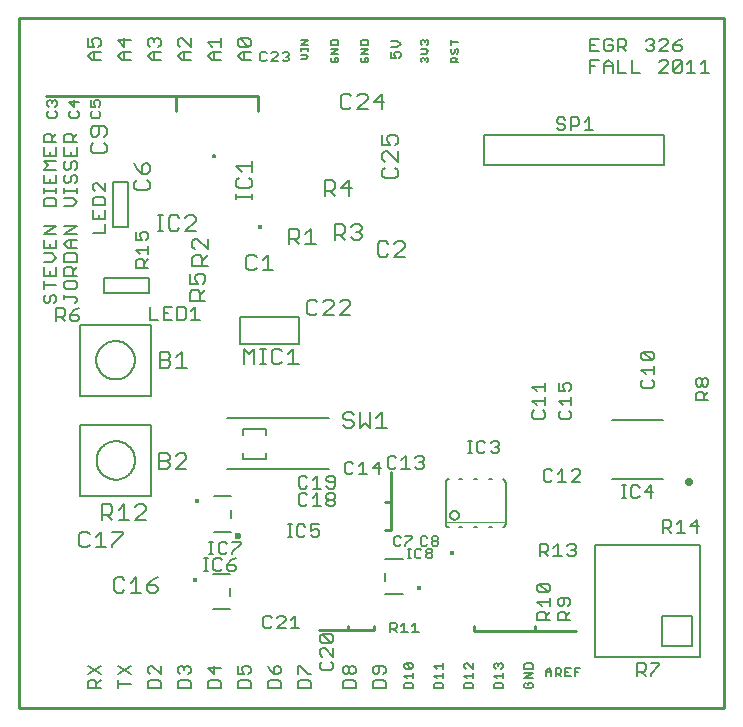
<source format=gto>
G75*
G70*
%OFA0B0*%
%FSLAX25Y25*%
%IPPOS*%
%LPD*%
%AMOC8*
5,1,8,0,0,1.08239X$1,22.5*
%
%ADD10C,0.01000*%
%ADD11C,0.00800*%
%ADD12C,0.01442*%
%ADD13C,0.00200*%
%ADD14C,0.00600*%
%ADD15C,0.02800*%
%ADD16C,0.02362*%
%ADD17C,0.00584*%
%ADD18C,0.00500*%
D10*
X0021770Y0001814D02*
X0256770Y0001814D01*
X0256770Y0231814D01*
X0021770Y0231814D01*
X0021770Y0001814D01*
X0121770Y0027814D02*
X0130170Y0027814D01*
X0131370Y0027814D01*
X0131370Y0029214D01*
X0131370Y0027814D02*
X0139970Y0027814D01*
X0139970Y0029214D01*
X0173370Y0029214D02*
X0173370Y0027614D01*
X0193570Y0027614D01*
X0193570Y0029214D01*
X0193570Y0027614D02*
X0207370Y0027614D01*
X0145570Y0061214D02*
X0145570Y0070614D01*
X0143570Y0070614D01*
X0145570Y0070614D02*
X0145570Y0080414D01*
X0145570Y0061214D02*
X0143570Y0061214D01*
X0101370Y0200814D02*
X0101370Y0202014D01*
X0101370Y0202214D02*
X0101370Y0206014D01*
X0073770Y0206014D01*
X0074170Y0206014D01*
X0074170Y0200814D01*
X0073770Y0206014D02*
X0030570Y0206014D01*
D11*
X0031701Y0204466D02*
X0032235Y0204466D01*
X0032769Y0203932D01*
X0033303Y0204466D01*
X0033837Y0204466D01*
X0034370Y0203932D01*
X0034370Y0202865D01*
X0033837Y0202331D01*
X0032769Y0203398D02*
X0032769Y0203932D01*
X0031701Y0204466D02*
X0031168Y0203932D01*
X0031168Y0202865D01*
X0031701Y0202331D01*
X0031701Y0200783D02*
X0031168Y0200249D01*
X0031168Y0199181D01*
X0031701Y0198648D01*
X0033837Y0198648D01*
X0034370Y0199181D01*
X0034370Y0200249D01*
X0033837Y0200783D01*
X0038368Y0200249D02*
X0038368Y0199181D01*
X0038901Y0198648D01*
X0041037Y0198648D01*
X0041570Y0199181D01*
X0041570Y0200249D01*
X0041037Y0200783D01*
X0039969Y0202331D02*
X0039969Y0204466D01*
X0041570Y0203932D02*
X0038368Y0203932D01*
X0039969Y0202331D01*
X0038901Y0200783D02*
X0038368Y0200249D01*
X0038869Y0193324D02*
X0039569Y0192624D01*
X0039569Y0190522D01*
X0040970Y0190522D02*
X0036767Y0190522D01*
X0036767Y0192624D01*
X0037467Y0193324D01*
X0038869Y0193324D01*
X0039569Y0191923D02*
X0040970Y0193324D01*
X0040970Y0188721D02*
X0040970Y0185919D01*
X0036767Y0185919D01*
X0036767Y0188721D01*
X0038869Y0187320D02*
X0038869Y0185919D01*
X0039569Y0184117D02*
X0038869Y0183417D01*
X0038869Y0182015D01*
X0038168Y0181315D01*
X0037467Y0181315D01*
X0036767Y0182015D01*
X0036767Y0183417D01*
X0037467Y0184117D01*
X0039569Y0184117D02*
X0040270Y0184117D01*
X0040970Y0183417D01*
X0040970Y0182015D01*
X0040270Y0181315D01*
X0040270Y0179514D02*
X0040970Y0178813D01*
X0040970Y0177412D01*
X0040270Y0176711D01*
X0038869Y0177412D02*
X0038869Y0178813D01*
X0039569Y0179514D01*
X0040270Y0179514D01*
X0038869Y0177412D02*
X0038168Y0176711D01*
X0037467Y0176711D01*
X0036767Y0177412D01*
X0036767Y0178813D01*
X0037467Y0179514D01*
X0034170Y0179514D02*
X0034170Y0176711D01*
X0029967Y0176711D01*
X0029967Y0179514D01*
X0029967Y0181315D02*
X0031368Y0182716D01*
X0029967Y0184117D01*
X0034170Y0184117D01*
X0034170Y0185919D02*
X0029967Y0185919D01*
X0029967Y0188721D01*
X0029967Y0190522D02*
X0029967Y0192624D01*
X0030667Y0193324D01*
X0032069Y0193324D01*
X0032769Y0192624D01*
X0032769Y0190522D01*
X0034170Y0190522D02*
X0029967Y0190522D01*
X0032769Y0191923D02*
X0034170Y0193324D01*
X0034170Y0188721D02*
X0034170Y0185919D01*
X0032069Y0185919D02*
X0032069Y0187320D01*
X0034170Y0181315D02*
X0029967Y0181315D01*
X0032069Y0178113D02*
X0032069Y0176711D01*
X0034170Y0175044D02*
X0034170Y0173643D01*
X0034170Y0174343D02*
X0029967Y0174343D01*
X0029967Y0173643D02*
X0029967Y0175044D01*
X0030667Y0171841D02*
X0029967Y0171141D01*
X0029967Y0169039D01*
X0034170Y0169039D01*
X0034170Y0171141D01*
X0033470Y0171841D01*
X0030667Y0171841D01*
X0036767Y0171841D02*
X0039569Y0171841D01*
X0040970Y0170440D01*
X0039569Y0169039D01*
X0036767Y0169039D01*
X0036767Y0173643D02*
X0036767Y0175044D01*
X0036767Y0174343D02*
X0040970Y0174343D01*
X0040970Y0173643D02*
X0040970Y0175044D01*
X0046267Y0174825D02*
X0046967Y0174125D01*
X0046267Y0174825D02*
X0046267Y0176226D01*
X0046967Y0176927D01*
X0047668Y0176927D01*
X0050470Y0174125D01*
X0050470Y0176927D01*
X0049770Y0172324D02*
X0046967Y0172324D01*
X0046267Y0171623D01*
X0046267Y0169521D01*
X0050470Y0169521D01*
X0050470Y0171623D01*
X0049770Y0172324D01*
X0050470Y0167720D02*
X0050470Y0164918D01*
X0046267Y0164918D01*
X0046267Y0167720D01*
X0048369Y0166319D02*
X0048369Y0164918D01*
X0050470Y0163117D02*
X0050470Y0160314D01*
X0046267Y0160314D01*
X0040970Y0159832D02*
X0036767Y0159832D01*
X0040970Y0162634D01*
X0036767Y0162634D01*
X0034170Y0162634D02*
X0029967Y0162634D01*
X0029967Y0159832D02*
X0034170Y0162634D01*
X0034170Y0159832D02*
X0029967Y0159832D01*
X0029967Y0158031D02*
X0029967Y0155228D01*
X0034170Y0155228D01*
X0034170Y0158031D01*
X0032069Y0156630D02*
X0032069Y0155228D01*
X0032769Y0153427D02*
X0029967Y0153427D01*
X0032769Y0153427D02*
X0034170Y0152026D01*
X0032769Y0150625D01*
X0029967Y0150625D01*
X0029967Y0148824D02*
X0029967Y0146021D01*
X0034170Y0146021D01*
X0034170Y0148824D01*
X0032069Y0147422D02*
X0032069Y0146021D01*
X0029967Y0144220D02*
X0029967Y0141418D01*
X0029967Y0142819D02*
X0034170Y0142819D01*
X0036767Y0142118D02*
X0037467Y0141418D01*
X0040270Y0141418D01*
X0040970Y0142118D01*
X0040970Y0143519D01*
X0040270Y0144220D01*
X0037467Y0144220D01*
X0036767Y0143519D01*
X0036767Y0142118D01*
X0036767Y0139617D02*
X0036767Y0138215D01*
X0036767Y0138916D02*
X0040270Y0138916D01*
X0040970Y0138215D01*
X0040970Y0137515D01*
X0040270Y0136814D01*
X0041576Y0135118D02*
X0040175Y0134417D01*
X0038774Y0133016D01*
X0040875Y0133016D01*
X0041576Y0132315D01*
X0041576Y0131615D01*
X0040875Y0130914D01*
X0039474Y0130914D01*
X0038774Y0131615D01*
X0038774Y0133016D01*
X0036972Y0133016D02*
X0036272Y0132315D01*
X0034170Y0132315D01*
X0034170Y0130914D02*
X0034170Y0135118D01*
X0036272Y0135118D01*
X0036972Y0134417D01*
X0036972Y0133016D01*
X0035571Y0132315D02*
X0036972Y0130914D01*
X0033470Y0136814D02*
X0034170Y0137515D01*
X0034170Y0138916D01*
X0033470Y0139617D01*
X0032769Y0139617D01*
X0032069Y0138916D01*
X0032069Y0137515D01*
X0031368Y0136814D01*
X0030667Y0136814D01*
X0029967Y0137515D01*
X0029967Y0138916D01*
X0030667Y0139617D01*
X0036767Y0146021D02*
X0036767Y0148123D01*
X0037467Y0148824D01*
X0038869Y0148824D01*
X0039569Y0148123D01*
X0039569Y0146021D01*
X0040970Y0146021D02*
X0036767Y0146021D01*
X0039569Y0147422D02*
X0040970Y0148824D01*
X0040970Y0150625D02*
X0036767Y0150625D01*
X0036767Y0152726D01*
X0037467Y0153427D01*
X0040270Y0153427D01*
X0040970Y0152726D01*
X0040970Y0150625D01*
X0040970Y0155228D02*
X0038168Y0155228D01*
X0036767Y0156630D01*
X0038168Y0158031D01*
X0040970Y0158031D01*
X0038869Y0158031D02*
X0038869Y0155228D01*
X0060567Y0154619D02*
X0064770Y0154619D01*
X0064770Y0153218D02*
X0064770Y0156020D01*
X0064070Y0157821D02*
X0064770Y0158522D01*
X0064770Y0159923D01*
X0064070Y0160624D01*
X0062669Y0160624D01*
X0061968Y0159923D01*
X0061968Y0159222D01*
X0062669Y0157821D01*
X0060567Y0157821D01*
X0060567Y0160624D01*
X0060567Y0154619D02*
X0061968Y0153218D01*
X0061267Y0151417D02*
X0062669Y0151417D01*
X0063369Y0150716D01*
X0063369Y0148614D01*
X0064770Y0148614D02*
X0060567Y0148614D01*
X0060567Y0150716D01*
X0061267Y0151417D01*
X0063369Y0150015D02*
X0064770Y0151417D01*
X0067983Y0160839D02*
X0069717Y0160839D01*
X0068850Y0160839D02*
X0068850Y0166044D01*
X0067983Y0166044D02*
X0069717Y0166044D01*
X0071666Y0165176D02*
X0071666Y0161707D01*
X0072533Y0160839D01*
X0074268Y0160839D01*
X0075135Y0161707D01*
X0077190Y0160839D02*
X0080659Y0164309D01*
X0080659Y0165176D01*
X0079792Y0166044D01*
X0078057Y0166044D01*
X0077190Y0165176D01*
X0075135Y0165176D02*
X0074268Y0166044D01*
X0072533Y0166044D01*
X0071666Y0165176D01*
X0077190Y0160839D02*
X0080659Y0160839D01*
X0080233Y0158258D02*
X0079366Y0157391D01*
X0079366Y0155656D01*
X0080233Y0154789D01*
X0080233Y0152733D02*
X0081968Y0152733D01*
X0082835Y0151866D01*
X0082835Y0149264D01*
X0082835Y0150999D02*
X0084570Y0152733D01*
X0084570Y0154789D02*
X0081101Y0158258D01*
X0080233Y0158258D01*
X0084570Y0158258D02*
X0084570Y0154789D01*
X0080233Y0152733D02*
X0079366Y0151866D01*
X0079366Y0149264D01*
X0084570Y0149264D01*
X0082953Y0146658D02*
X0083820Y0145791D01*
X0083820Y0144056D01*
X0082953Y0143189D01*
X0081218Y0143189D02*
X0080351Y0144923D01*
X0080351Y0145791D01*
X0081218Y0146658D01*
X0082953Y0146658D01*
X0081218Y0143189D02*
X0078616Y0143189D01*
X0078616Y0146658D01*
X0079483Y0141133D02*
X0081218Y0141133D01*
X0082085Y0140266D01*
X0082085Y0137664D01*
X0082085Y0139399D02*
X0083820Y0141133D01*
X0079483Y0141133D02*
X0078616Y0140266D01*
X0078616Y0137664D01*
X0083820Y0137664D01*
X0080482Y0135518D02*
X0079081Y0134117D01*
X0077280Y0134817D02*
X0077280Y0132015D01*
X0076579Y0131314D01*
X0074477Y0131314D01*
X0074477Y0135518D01*
X0076579Y0135518D01*
X0077280Y0134817D01*
X0080482Y0135518D02*
X0080482Y0131314D01*
X0079081Y0131314D02*
X0081883Y0131314D01*
X0072676Y0131314D02*
X0069874Y0131314D01*
X0069874Y0135518D01*
X0072676Y0135518D01*
X0071275Y0133416D02*
X0069874Y0133416D01*
X0068072Y0131314D02*
X0065270Y0131314D01*
X0065270Y0135518D01*
X0068621Y0120519D02*
X0071223Y0120519D01*
X0072090Y0119651D01*
X0072090Y0118783D01*
X0071223Y0117916D01*
X0068621Y0117916D01*
X0071223Y0117916D02*
X0072090Y0117049D01*
X0072090Y0116181D01*
X0071223Y0115314D01*
X0068621Y0115314D01*
X0068621Y0120519D01*
X0074145Y0118783D02*
X0075880Y0120519D01*
X0075880Y0115314D01*
X0074145Y0115314D02*
X0077615Y0115314D01*
X0096670Y0116414D02*
X0096670Y0121619D01*
X0098405Y0119883D01*
X0100139Y0121619D01*
X0100139Y0116414D01*
X0102194Y0116414D02*
X0103929Y0116414D01*
X0103062Y0116414D02*
X0103062Y0121619D01*
X0103929Y0121619D02*
X0102194Y0121619D01*
X0105878Y0120751D02*
X0105878Y0117281D01*
X0106745Y0116414D01*
X0108480Y0116414D01*
X0109347Y0117281D01*
X0111402Y0116414D02*
X0114871Y0116414D01*
X0113137Y0116414D02*
X0113137Y0121619D01*
X0111402Y0119883D01*
X0109347Y0120751D02*
X0108480Y0121619D01*
X0106745Y0121619D01*
X0105878Y0120751D01*
X0118537Y0132714D02*
X0120272Y0132714D01*
X0121139Y0133581D01*
X0123194Y0132714D02*
X0126664Y0136183D01*
X0126664Y0137051D01*
X0125796Y0137919D01*
X0124062Y0137919D01*
X0123194Y0137051D01*
X0121139Y0137051D02*
X0120272Y0137919D01*
X0118537Y0137919D01*
X0117670Y0137051D01*
X0117670Y0133581D01*
X0118537Y0132714D01*
X0123194Y0132714D02*
X0126664Y0132714D01*
X0128719Y0132714D02*
X0132188Y0136183D01*
X0132188Y0137051D01*
X0131321Y0137919D01*
X0129586Y0137919D01*
X0128719Y0137051D01*
X0128719Y0132714D02*
X0132188Y0132714D01*
X0106464Y0147814D02*
X0102994Y0147814D01*
X0104729Y0147814D02*
X0104729Y0153019D01*
X0102994Y0151283D01*
X0100939Y0152151D02*
X0100072Y0153019D01*
X0098337Y0153019D01*
X0097470Y0152151D01*
X0097470Y0148681D01*
X0098337Y0147814D01*
X0100072Y0147814D01*
X0100939Y0148681D01*
X0111671Y0156414D02*
X0111671Y0161619D01*
X0114273Y0161619D01*
X0115140Y0160751D01*
X0115140Y0159016D01*
X0114273Y0158149D01*
X0111671Y0158149D01*
X0113406Y0158149D02*
X0115140Y0156414D01*
X0117195Y0156414D02*
X0120665Y0156414D01*
X0118930Y0156414D02*
X0118930Y0161619D01*
X0117195Y0159883D01*
X0126921Y0159649D02*
X0129523Y0159649D01*
X0130390Y0160516D01*
X0130390Y0162251D01*
X0129523Y0163119D01*
X0126921Y0163119D01*
X0126921Y0157914D01*
X0128656Y0159649D02*
X0130390Y0157914D01*
X0132445Y0158781D02*
X0133313Y0157914D01*
X0135047Y0157914D01*
X0135915Y0158781D01*
X0135915Y0159649D01*
X0135047Y0160516D01*
X0134180Y0160516D01*
X0135047Y0160516D02*
X0135915Y0161383D01*
X0135915Y0162251D01*
X0135047Y0163119D01*
X0133313Y0163119D01*
X0132445Y0162251D01*
X0141321Y0156551D02*
X0141321Y0153081D01*
X0142188Y0152214D01*
X0143923Y0152214D01*
X0144790Y0153081D01*
X0146845Y0152214D02*
X0150315Y0155683D01*
X0150315Y0156551D01*
X0149447Y0157419D01*
X0147713Y0157419D01*
X0146845Y0156551D01*
X0144790Y0156551D02*
X0143923Y0157419D01*
X0142188Y0157419D01*
X0141321Y0156551D01*
X0146845Y0152214D02*
X0150315Y0152214D01*
X0131697Y0172564D02*
X0131697Y0177769D01*
X0129095Y0175166D01*
X0132565Y0175166D01*
X0127040Y0175166D02*
X0127040Y0176901D01*
X0126173Y0177769D01*
X0123571Y0177769D01*
X0123571Y0172564D01*
X0123571Y0174299D02*
X0126173Y0174299D01*
X0127040Y0175166D01*
X0125306Y0174299D02*
X0127040Y0172564D01*
X0142766Y0179307D02*
X0143633Y0178440D01*
X0147103Y0178440D01*
X0147970Y0179307D01*
X0147970Y0181042D01*
X0147103Y0181909D01*
X0147970Y0183965D02*
X0144501Y0187434D01*
X0143633Y0187434D01*
X0142766Y0186567D01*
X0142766Y0184832D01*
X0143633Y0183965D01*
X0143633Y0181909D02*
X0142766Y0181042D01*
X0142766Y0179307D01*
X0147970Y0183965D02*
X0147970Y0187434D01*
X0147103Y0189489D02*
X0147970Y0190356D01*
X0147970Y0192091D01*
X0147103Y0192958D01*
X0145368Y0192958D01*
X0144501Y0192091D01*
X0144501Y0191224D01*
X0145368Y0189489D01*
X0142766Y0189489D01*
X0142766Y0192958D01*
X0142621Y0201414D02*
X0142621Y0206619D01*
X0140019Y0204016D01*
X0143488Y0204016D01*
X0137964Y0204883D02*
X0137964Y0205751D01*
X0137096Y0206619D01*
X0135362Y0206619D01*
X0134494Y0205751D01*
X0132439Y0205751D02*
X0131572Y0206619D01*
X0129837Y0206619D01*
X0128970Y0205751D01*
X0128970Y0202281D01*
X0129837Y0201414D01*
X0131572Y0201414D01*
X0132439Y0202281D01*
X0134494Y0201414D02*
X0137964Y0204883D01*
X0137964Y0201414D02*
X0134494Y0201414D01*
X0136069Y0217075D02*
X0137670Y0217075D01*
X0138070Y0217475D01*
X0138070Y0218276D01*
X0137670Y0218676D01*
X0136869Y0218676D01*
X0136869Y0217875D01*
X0136069Y0217075D02*
X0135668Y0217475D01*
X0135668Y0218276D01*
X0136069Y0218676D01*
X0135668Y0220021D02*
X0138070Y0221622D01*
X0135668Y0221622D01*
X0135668Y0222968D02*
X0135668Y0224169D01*
X0136069Y0224569D01*
X0137670Y0224569D01*
X0138070Y0224169D01*
X0138070Y0222968D01*
X0135668Y0222968D01*
X0135668Y0220021D02*
X0138070Y0220021D01*
X0145668Y0220683D02*
X0145668Y0218548D01*
X0147269Y0218548D01*
X0146735Y0219615D01*
X0146735Y0220149D01*
X0147269Y0220683D01*
X0148337Y0220683D01*
X0148870Y0220149D01*
X0148870Y0219081D01*
X0148337Y0218548D01*
X0147803Y0222231D02*
X0145668Y0222231D01*
X0147803Y0222231D02*
X0148870Y0223298D01*
X0147803Y0224366D01*
X0145668Y0224366D01*
X0155668Y0224169D02*
X0156069Y0224569D01*
X0156469Y0224569D01*
X0156869Y0224169D01*
X0157270Y0224569D01*
X0157670Y0224569D01*
X0158070Y0224169D01*
X0158070Y0223368D01*
X0157670Y0222968D01*
X0156869Y0223768D02*
X0156869Y0224169D01*
X0155668Y0224169D02*
X0155668Y0223368D01*
X0156069Y0222968D01*
X0155668Y0221622D02*
X0157270Y0221622D01*
X0158070Y0220822D01*
X0157270Y0220021D01*
X0155668Y0220021D01*
X0156069Y0218676D02*
X0155668Y0218276D01*
X0155668Y0217475D01*
X0156069Y0217075D01*
X0156869Y0217875D02*
X0156869Y0218276D01*
X0157270Y0218676D01*
X0157670Y0218676D01*
X0158070Y0218276D01*
X0158070Y0217475D01*
X0157670Y0217075D01*
X0156869Y0218276D02*
X0156469Y0218676D01*
X0156069Y0218676D01*
X0165668Y0218276D02*
X0165668Y0217075D01*
X0168070Y0217075D01*
X0167270Y0217075D02*
X0167270Y0218276D01*
X0166869Y0218676D01*
X0166069Y0218676D01*
X0165668Y0218276D01*
X0167270Y0217875D02*
X0168070Y0218676D01*
X0167670Y0220021D02*
X0168070Y0220421D01*
X0168070Y0221222D01*
X0167670Y0221622D01*
X0167270Y0221622D01*
X0166869Y0221222D01*
X0166869Y0220421D01*
X0166469Y0220021D01*
X0166069Y0220021D01*
X0165668Y0220421D01*
X0165668Y0221222D01*
X0166069Y0221622D01*
X0165668Y0222968D02*
X0165668Y0224569D01*
X0165668Y0223768D02*
X0168070Y0223768D01*
X0201059Y0198017D02*
X0201059Y0197317D01*
X0201759Y0196616D01*
X0203160Y0196616D01*
X0203861Y0195915D01*
X0203861Y0195215D01*
X0203160Y0194514D01*
X0201759Y0194514D01*
X0201059Y0195215D01*
X0201059Y0198017D02*
X0201759Y0198718D01*
X0203160Y0198718D01*
X0203861Y0198017D01*
X0205662Y0198718D02*
X0205662Y0194514D01*
X0205662Y0195915D02*
X0207764Y0195915D01*
X0208465Y0196616D01*
X0208465Y0198017D01*
X0207764Y0198718D01*
X0205662Y0198718D01*
X0210266Y0197317D02*
X0211667Y0198718D01*
X0211667Y0194514D01*
X0210266Y0194514D02*
X0213068Y0194514D01*
X0212170Y0213614D02*
X0212170Y0217818D01*
X0214972Y0217818D01*
X0216774Y0216417D02*
X0218175Y0217818D01*
X0219576Y0216417D01*
X0219576Y0213614D01*
X0221377Y0213614D02*
X0224180Y0213614D01*
X0225981Y0213614D02*
X0228783Y0213614D01*
X0225981Y0213614D02*
X0225981Y0217818D01*
X0224180Y0220714D02*
X0222778Y0222115D01*
X0223479Y0222115D02*
X0221377Y0222115D01*
X0221377Y0220714D02*
X0221377Y0224918D01*
X0223479Y0224918D01*
X0224180Y0224217D01*
X0224180Y0222816D01*
X0223479Y0222115D01*
X0219576Y0221415D02*
X0219576Y0222816D01*
X0218175Y0222816D01*
X0219576Y0224217D02*
X0218875Y0224918D01*
X0217474Y0224918D01*
X0216774Y0224217D01*
X0216774Y0221415D01*
X0217474Y0220714D01*
X0218875Y0220714D01*
X0219576Y0221415D01*
X0221377Y0217818D02*
X0221377Y0213614D01*
X0219576Y0215716D02*
X0216774Y0215716D01*
X0216774Y0216417D02*
X0216774Y0213614D01*
X0213571Y0215716D02*
X0212170Y0215716D01*
X0212170Y0220714D02*
X0214972Y0220714D01*
X0213571Y0222816D02*
X0212170Y0222816D01*
X0212170Y0224918D02*
X0212170Y0220714D01*
X0212170Y0224918D02*
X0214972Y0224918D01*
X0230584Y0224217D02*
X0231285Y0224918D01*
X0232686Y0224918D01*
X0233387Y0224217D01*
X0233387Y0223517D01*
X0232686Y0222816D01*
X0233387Y0222115D01*
X0233387Y0221415D01*
X0232686Y0220714D01*
X0231285Y0220714D01*
X0230584Y0221415D01*
X0231985Y0222816D02*
X0232686Y0222816D01*
X0235188Y0224217D02*
X0235888Y0224918D01*
X0237289Y0224918D01*
X0237990Y0224217D01*
X0237990Y0223517D01*
X0235188Y0220714D01*
X0237990Y0220714D01*
X0239791Y0221415D02*
X0240492Y0220714D01*
X0241893Y0220714D01*
X0242594Y0221415D01*
X0242594Y0222115D01*
X0241893Y0222816D01*
X0239791Y0222816D01*
X0239791Y0221415D01*
X0239791Y0222816D02*
X0241193Y0224217D01*
X0242594Y0224918D01*
X0241893Y0217818D02*
X0242594Y0217117D01*
X0239791Y0214315D01*
X0240492Y0213614D01*
X0241893Y0213614D01*
X0242594Y0214315D01*
X0242594Y0217117D01*
X0241893Y0217818D02*
X0240492Y0217818D01*
X0239791Y0217117D01*
X0239791Y0214315D01*
X0237990Y0213614D02*
X0235188Y0213614D01*
X0237990Y0216417D01*
X0237990Y0217117D01*
X0237289Y0217818D01*
X0235888Y0217818D01*
X0235188Y0217117D01*
X0244395Y0216417D02*
X0245796Y0217818D01*
X0245796Y0213614D01*
X0244395Y0213614D02*
X0247197Y0213614D01*
X0248998Y0213614D02*
X0251801Y0213614D01*
X0250400Y0213614D02*
X0250400Y0217818D01*
X0248998Y0216417D01*
X0128070Y0217475D02*
X0127670Y0217075D01*
X0126069Y0217075D01*
X0125668Y0217475D01*
X0125668Y0218276D01*
X0126069Y0218676D01*
X0126869Y0218676D02*
X0126869Y0217875D01*
X0126869Y0218676D02*
X0127670Y0218676D01*
X0128070Y0218276D01*
X0128070Y0217475D01*
X0128070Y0220021D02*
X0125668Y0220021D01*
X0128070Y0221622D01*
X0125668Y0221622D01*
X0125668Y0222968D02*
X0125668Y0224169D01*
X0126069Y0224569D01*
X0127670Y0224569D01*
X0128070Y0224169D01*
X0128070Y0222968D01*
X0125668Y0222968D01*
X0118070Y0222968D02*
X0115668Y0222968D01*
X0118070Y0224569D01*
X0115668Y0224569D01*
X0115668Y0221804D02*
X0115668Y0221004D01*
X0115668Y0221404D02*
X0118070Y0221404D01*
X0118070Y0221004D02*
X0118070Y0221804D01*
X0117270Y0219658D02*
X0115668Y0219658D01*
X0115668Y0218057D02*
X0117270Y0218057D01*
X0118070Y0218857D01*
X0117270Y0219658D01*
X0111671Y0219549D02*
X0111137Y0219015D01*
X0111671Y0218481D01*
X0111671Y0217948D01*
X0111137Y0217414D01*
X0110070Y0217414D01*
X0109536Y0217948D01*
X0110604Y0219015D02*
X0111137Y0219015D01*
X0111671Y0219549D02*
X0111671Y0220083D01*
X0111137Y0220617D01*
X0110070Y0220617D01*
X0109536Y0220083D01*
X0107988Y0220083D02*
X0107454Y0220617D01*
X0106387Y0220617D01*
X0105853Y0220083D01*
X0104305Y0220083D02*
X0103771Y0220617D01*
X0102704Y0220617D01*
X0102170Y0220083D01*
X0102170Y0217948D01*
X0102704Y0217414D01*
X0103771Y0217414D01*
X0104305Y0217948D01*
X0105853Y0217414D02*
X0107988Y0219549D01*
X0107988Y0220083D01*
X0107988Y0217414D02*
X0105853Y0217414D01*
X0098870Y0217714D02*
X0096068Y0217714D01*
X0094667Y0219115D01*
X0096068Y0220517D01*
X0098870Y0220517D01*
X0098170Y0222318D02*
X0095367Y0222318D01*
X0094667Y0223018D01*
X0094667Y0224419D01*
X0095367Y0225120D01*
X0098170Y0222318D01*
X0098870Y0223018D01*
X0098870Y0224419D01*
X0098170Y0225120D01*
X0095367Y0225120D01*
X0096769Y0220517D02*
X0096769Y0217714D01*
X0088870Y0217714D02*
X0086068Y0217714D01*
X0084667Y0219115D01*
X0086068Y0220517D01*
X0088870Y0220517D01*
X0088870Y0222318D02*
X0088870Y0225120D01*
X0088870Y0223719D02*
X0084667Y0223719D01*
X0086068Y0222318D01*
X0086769Y0220517D02*
X0086769Y0217714D01*
X0078870Y0217714D02*
X0076068Y0217714D01*
X0074667Y0219115D01*
X0076068Y0220517D01*
X0078870Y0220517D01*
X0078870Y0222318D02*
X0076068Y0225120D01*
X0075367Y0225120D01*
X0074667Y0224419D01*
X0074667Y0223018D01*
X0075367Y0222318D01*
X0076769Y0220517D02*
X0076769Y0217714D01*
X0078870Y0222318D02*
X0078870Y0225120D01*
X0068870Y0224419D02*
X0068870Y0223018D01*
X0068170Y0222318D01*
X0068870Y0220517D02*
X0066068Y0220517D01*
X0064667Y0219115D01*
X0066068Y0217714D01*
X0068870Y0217714D01*
X0066769Y0217714D02*
X0066769Y0220517D01*
X0065367Y0222318D02*
X0064667Y0223018D01*
X0064667Y0224419D01*
X0065367Y0225120D01*
X0066068Y0225120D01*
X0066769Y0224419D01*
X0067469Y0225120D01*
X0068170Y0225120D01*
X0068870Y0224419D01*
X0066769Y0224419D02*
X0066769Y0223719D01*
X0058870Y0224419D02*
X0054667Y0224419D01*
X0056769Y0222318D01*
X0056769Y0225120D01*
X0056769Y0220517D02*
X0056769Y0217714D01*
X0056068Y0217714D02*
X0054667Y0219115D01*
X0056068Y0220517D01*
X0058870Y0220517D01*
X0058870Y0217714D02*
X0056068Y0217714D01*
X0048870Y0217714D02*
X0046068Y0217714D01*
X0044667Y0219115D01*
X0046068Y0220517D01*
X0048870Y0220517D01*
X0048170Y0222318D02*
X0048870Y0223018D01*
X0048870Y0224419D01*
X0048170Y0225120D01*
X0046769Y0225120D01*
X0046068Y0224419D01*
X0046068Y0223719D01*
X0046769Y0222318D01*
X0044667Y0222318D01*
X0044667Y0225120D01*
X0046769Y0220517D02*
X0046769Y0217714D01*
X0047169Y0204466D02*
X0048237Y0204466D01*
X0048770Y0203932D01*
X0048770Y0202865D01*
X0048237Y0202331D01*
X0047169Y0202331D02*
X0046635Y0203398D01*
X0046635Y0203932D01*
X0047169Y0204466D01*
X0045568Y0204466D02*
X0045568Y0202331D01*
X0047169Y0202331D01*
X0048237Y0200783D02*
X0048770Y0200249D01*
X0048770Y0199181D01*
X0048237Y0198648D01*
X0046101Y0198648D01*
X0045568Y0199181D01*
X0045568Y0200249D01*
X0046101Y0200783D01*
X0046533Y0195759D02*
X0045666Y0194891D01*
X0045666Y0193157D01*
X0046533Y0192289D01*
X0047401Y0192289D01*
X0048268Y0193157D01*
X0048268Y0195759D01*
X0050003Y0195759D02*
X0046533Y0195759D01*
X0050003Y0195759D02*
X0050870Y0194891D01*
X0050870Y0193157D01*
X0050003Y0192289D01*
X0050003Y0190234D02*
X0050870Y0189367D01*
X0050870Y0187632D01*
X0050003Y0186765D01*
X0046533Y0186765D01*
X0045666Y0187632D01*
X0045666Y0189367D01*
X0046533Y0190234D01*
X0060166Y0183408D02*
X0061033Y0181673D01*
X0062768Y0179939D01*
X0062768Y0182541D01*
X0063635Y0183408D01*
X0064503Y0183408D01*
X0065370Y0182541D01*
X0065370Y0180806D01*
X0064503Y0179939D01*
X0062768Y0179939D01*
X0064503Y0177883D02*
X0065370Y0177016D01*
X0065370Y0175281D01*
X0064503Y0174414D01*
X0061033Y0174414D01*
X0060166Y0175281D01*
X0060166Y0177016D01*
X0061033Y0177883D01*
X0086350Y0185885D02*
X0086352Y0185924D01*
X0086358Y0185963D01*
X0086368Y0186001D01*
X0086381Y0186038D01*
X0086398Y0186073D01*
X0086418Y0186107D01*
X0086442Y0186138D01*
X0086469Y0186167D01*
X0086498Y0186193D01*
X0086530Y0186216D01*
X0086564Y0186236D01*
X0086600Y0186252D01*
X0086637Y0186264D01*
X0086676Y0186273D01*
X0086715Y0186278D01*
X0086754Y0186279D01*
X0086793Y0186276D01*
X0086832Y0186269D01*
X0086869Y0186258D01*
X0086906Y0186244D01*
X0086941Y0186226D01*
X0086974Y0186205D01*
X0087005Y0186180D01*
X0087033Y0186153D01*
X0087058Y0186123D01*
X0087080Y0186090D01*
X0087099Y0186056D01*
X0087114Y0186020D01*
X0087126Y0185982D01*
X0087134Y0185944D01*
X0087138Y0185905D01*
X0087138Y0185865D01*
X0087134Y0185826D01*
X0087126Y0185788D01*
X0087114Y0185750D01*
X0087099Y0185714D01*
X0087080Y0185680D01*
X0087058Y0185647D01*
X0087033Y0185617D01*
X0087005Y0185590D01*
X0086974Y0185565D01*
X0086941Y0185544D01*
X0086906Y0185526D01*
X0086869Y0185512D01*
X0086832Y0185501D01*
X0086793Y0185494D01*
X0086754Y0185491D01*
X0086715Y0185492D01*
X0086676Y0185497D01*
X0086637Y0185506D01*
X0086600Y0185518D01*
X0086564Y0185534D01*
X0086530Y0185554D01*
X0086498Y0185577D01*
X0086469Y0185603D01*
X0086442Y0185632D01*
X0086418Y0185663D01*
X0086398Y0185697D01*
X0086381Y0185732D01*
X0086368Y0185769D01*
X0086358Y0185807D01*
X0086352Y0185846D01*
X0086350Y0185885D01*
X0094166Y0182406D02*
X0095901Y0180672D01*
X0095033Y0178617D02*
X0094166Y0177749D01*
X0094166Y0176015D01*
X0095033Y0175147D01*
X0098503Y0175147D01*
X0099370Y0176015D01*
X0099370Y0177749D01*
X0098503Y0178617D01*
X0099370Y0180672D02*
X0099370Y0184141D01*
X0099370Y0182406D02*
X0094166Y0182406D01*
X0094166Y0173199D02*
X0094166Y0171464D01*
X0094166Y0172331D02*
X0099370Y0172331D01*
X0099370Y0171464D02*
X0099370Y0173199D01*
X0192817Y0108872D02*
X0197020Y0108872D01*
X0197020Y0107471D02*
X0197020Y0110274D01*
X0194218Y0107471D02*
X0192817Y0108872D01*
X0197020Y0105670D02*
X0197020Y0102868D01*
X0197020Y0104269D02*
X0192817Y0104269D01*
X0194218Y0102868D01*
X0193517Y0101067D02*
X0192817Y0100366D01*
X0192817Y0098965D01*
X0193517Y0098264D01*
X0196320Y0098264D01*
X0197020Y0098965D01*
X0197020Y0100366D01*
X0196320Y0101067D01*
X0201567Y0100316D02*
X0201567Y0098915D01*
X0202267Y0098214D01*
X0205070Y0098214D01*
X0205770Y0098915D01*
X0205770Y0100316D01*
X0205070Y0101017D01*
X0205770Y0102818D02*
X0205770Y0105620D01*
X0205770Y0104219D02*
X0201567Y0104219D01*
X0202968Y0102818D01*
X0202267Y0101017D02*
X0201567Y0100316D01*
X0201567Y0107421D02*
X0203669Y0107421D01*
X0202968Y0108822D01*
X0202968Y0109523D01*
X0203669Y0110224D01*
X0205070Y0110224D01*
X0205770Y0109523D01*
X0205770Y0108122D01*
X0205070Y0107421D01*
X0201567Y0107421D02*
X0201567Y0110224D01*
X0229167Y0110654D02*
X0229167Y0109253D01*
X0229867Y0108553D01*
X0232670Y0108553D01*
X0233370Y0109253D01*
X0233370Y0110654D01*
X0232670Y0111355D01*
X0233370Y0113156D02*
X0233370Y0115959D01*
X0233370Y0114557D02*
X0229167Y0114557D01*
X0230568Y0113156D01*
X0229867Y0111355D02*
X0229167Y0110654D01*
X0229867Y0117760D02*
X0229167Y0118460D01*
X0229167Y0119861D01*
X0229867Y0120562D01*
X0232670Y0117760D01*
X0233370Y0118460D01*
X0233370Y0119861D01*
X0232670Y0120562D01*
X0229867Y0120562D01*
X0229867Y0117760D02*
X0232670Y0117760D01*
X0247317Y0111112D02*
X0247317Y0109711D01*
X0248017Y0109010D01*
X0248718Y0109010D01*
X0249419Y0109711D01*
X0249419Y0111112D01*
X0250119Y0111813D01*
X0250820Y0111813D01*
X0251520Y0111112D01*
X0251520Y0109711D01*
X0250820Y0109010D01*
X0250119Y0109010D01*
X0249419Y0109711D01*
X0249419Y0111112D02*
X0248718Y0111813D01*
X0248017Y0111813D01*
X0247317Y0111112D01*
X0248017Y0107209D02*
X0249419Y0107209D01*
X0250119Y0106508D01*
X0250119Y0104407D01*
X0250119Y0105808D02*
X0251520Y0107209D01*
X0251520Y0104407D02*
X0247317Y0104407D01*
X0247317Y0106508D01*
X0248017Y0107209D01*
X0208680Y0080717D02*
X0207979Y0081418D01*
X0206578Y0081418D01*
X0205877Y0080717D01*
X0208680Y0080717D02*
X0208680Y0080017D01*
X0205877Y0077214D01*
X0208680Y0077214D01*
X0204076Y0077214D02*
X0201274Y0077214D01*
X0202675Y0077214D02*
X0202675Y0081418D01*
X0201274Y0080017D01*
X0199472Y0080717D02*
X0198772Y0081418D01*
X0197370Y0081418D01*
X0196670Y0080717D01*
X0196670Y0077915D01*
X0197370Y0077214D01*
X0198772Y0077214D01*
X0199472Y0077915D01*
X0181718Y0087415D02*
X0181017Y0086714D01*
X0179616Y0086714D01*
X0178916Y0087415D01*
X0177115Y0087415D02*
X0176414Y0086714D01*
X0175013Y0086714D01*
X0174312Y0087415D01*
X0174312Y0090217D01*
X0175013Y0090918D01*
X0176414Y0090918D01*
X0177115Y0090217D01*
X0178916Y0090217D02*
X0179616Y0090918D01*
X0181017Y0090918D01*
X0181718Y0090217D01*
X0181718Y0089517D01*
X0181017Y0088816D01*
X0181718Y0088115D01*
X0181718Y0087415D01*
X0181017Y0088816D02*
X0180317Y0088816D01*
X0172644Y0090918D02*
X0171243Y0090918D01*
X0171944Y0090918D02*
X0171944Y0086714D01*
X0172644Y0086714D02*
X0171243Y0086714D01*
X0156580Y0085117D02*
X0156580Y0084417D01*
X0155879Y0083716D01*
X0156580Y0083015D01*
X0156580Y0082315D01*
X0155879Y0081614D01*
X0154478Y0081614D01*
X0153777Y0082315D01*
X0151976Y0081614D02*
X0149174Y0081614D01*
X0150575Y0081614D02*
X0150575Y0085818D01*
X0149174Y0084417D01*
X0147372Y0085117D02*
X0146672Y0085818D01*
X0145270Y0085818D01*
X0144570Y0085117D01*
X0144570Y0082315D01*
X0145270Y0081614D01*
X0146672Y0081614D01*
X0147372Y0082315D01*
X0142380Y0081916D02*
X0139577Y0081916D01*
X0141679Y0084018D01*
X0141679Y0079814D01*
X0137776Y0079814D02*
X0134974Y0079814D01*
X0136375Y0079814D02*
X0136375Y0084018D01*
X0134974Y0082617D01*
X0133172Y0083317D02*
X0132472Y0084018D01*
X0131070Y0084018D01*
X0130370Y0083317D01*
X0130370Y0080515D01*
X0131070Y0079814D01*
X0132472Y0079814D01*
X0133172Y0080515D01*
X0126980Y0078517D02*
X0126980Y0075715D01*
X0126279Y0075014D01*
X0124878Y0075014D01*
X0124177Y0075715D01*
X0124878Y0077116D02*
X0126980Y0077116D01*
X0126980Y0078517D02*
X0126279Y0079218D01*
X0124878Y0079218D01*
X0124177Y0078517D01*
X0124177Y0077817D01*
X0124878Y0077116D01*
X0122376Y0075014D02*
X0119574Y0075014D01*
X0120975Y0075014D02*
X0120975Y0079218D01*
X0119574Y0077817D01*
X0117772Y0078517D02*
X0117072Y0079218D01*
X0115670Y0079218D01*
X0114970Y0078517D01*
X0114970Y0075715D01*
X0115670Y0075014D01*
X0117072Y0075014D01*
X0117772Y0075715D01*
X0117072Y0073418D02*
X0115670Y0073418D01*
X0114970Y0072717D01*
X0114970Y0069915D01*
X0115670Y0069214D01*
X0117072Y0069214D01*
X0117772Y0069915D01*
X0119574Y0069214D02*
X0122376Y0069214D01*
X0120975Y0069214D02*
X0120975Y0073418D01*
X0119574Y0072017D01*
X0117772Y0072717D02*
X0117072Y0073418D01*
X0124177Y0072717D02*
X0124177Y0072017D01*
X0124878Y0071316D01*
X0126279Y0071316D01*
X0126980Y0070615D01*
X0126980Y0069915D01*
X0126279Y0069214D01*
X0124878Y0069214D01*
X0124177Y0069915D01*
X0124177Y0070615D01*
X0124878Y0071316D01*
X0126279Y0071316D02*
X0126980Y0072017D01*
X0126980Y0072717D01*
X0126279Y0073418D01*
X0124878Y0073418D01*
X0124177Y0072717D01*
X0121695Y0063068D02*
X0118893Y0063068D01*
X0118893Y0060966D01*
X0120294Y0061667D01*
X0120994Y0061667D01*
X0121695Y0060966D01*
X0121695Y0059565D01*
X0120994Y0058864D01*
X0119593Y0058864D01*
X0118893Y0059565D01*
X0117091Y0059565D02*
X0116391Y0058864D01*
X0114989Y0058864D01*
X0114289Y0059565D01*
X0114289Y0062367D01*
X0114989Y0063068D01*
X0116391Y0063068D01*
X0117091Y0062367D01*
X0112621Y0063068D02*
X0111220Y0063068D01*
X0111920Y0063068D02*
X0111920Y0058864D01*
X0111220Y0058864D02*
X0112621Y0058864D01*
X0095608Y0057295D02*
X0095608Y0056594D01*
X0092806Y0053792D01*
X0092806Y0053091D01*
X0093908Y0051795D02*
X0092507Y0051094D01*
X0091106Y0049693D01*
X0093207Y0049693D01*
X0093908Y0048993D01*
X0093908Y0048292D01*
X0093207Y0047591D01*
X0091806Y0047591D01*
X0091106Y0048292D01*
X0091106Y0049693D01*
X0089304Y0048292D02*
X0088604Y0047591D01*
X0087202Y0047591D01*
X0086502Y0048292D01*
X0086502Y0051094D01*
X0087202Y0051795D01*
X0088604Y0051795D01*
X0089304Y0051094D01*
X0088902Y0053091D02*
X0090304Y0053091D01*
X0091004Y0053792D01*
X0088902Y0053091D02*
X0088202Y0053792D01*
X0088202Y0056594D01*
X0088902Y0057295D01*
X0090304Y0057295D01*
X0091004Y0056594D01*
X0092806Y0057295D02*
X0095608Y0057295D01*
X0086534Y0057295D02*
X0085133Y0057295D01*
X0085833Y0057295D02*
X0085833Y0053091D01*
X0085133Y0053091D02*
X0086534Y0053091D01*
X0084834Y0051795D02*
X0083433Y0051795D01*
X0084133Y0051795D02*
X0084133Y0047591D01*
X0083433Y0047591D02*
X0084834Y0047591D01*
X0067914Y0045419D02*
X0066180Y0044551D01*
X0064445Y0042816D01*
X0067047Y0042816D01*
X0067914Y0041949D01*
X0067914Y0041081D01*
X0067047Y0040214D01*
X0065312Y0040214D01*
X0064445Y0041081D01*
X0064445Y0042816D01*
X0062390Y0040214D02*
X0058920Y0040214D01*
X0060655Y0040214D02*
X0060655Y0045419D01*
X0058920Y0043683D01*
X0056865Y0044551D02*
X0055998Y0045419D01*
X0054263Y0045419D01*
X0053396Y0044551D01*
X0053396Y0041081D01*
X0054263Y0040214D01*
X0055998Y0040214D01*
X0056865Y0041081D01*
X0052845Y0055414D02*
X0052845Y0056281D01*
X0056314Y0059751D01*
X0056314Y0060619D01*
X0052845Y0060619D01*
X0049055Y0060619D02*
X0049055Y0055414D01*
X0047320Y0055414D02*
X0050790Y0055414D01*
X0047320Y0058883D02*
X0049055Y0060619D01*
X0045265Y0059751D02*
X0044398Y0060619D01*
X0042663Y0060619D01*
X0041796Y0059751D01*
X0041796Y0056281D01*
X0042663Y0055414D01*
X0044398Y0055414D01*
X0045265Y0056281D01*
X0049370Y0064514D02*
X0049370Y0069719D01*
X0051972Y0069719D01*
X0052839Y0068851D01*
X0052839Y0067116D01*
X0051972Y0066249D01*
X0049370Y0066249D01*
X0051105Y0066249D02*
X0052839Y0064514D01*
X0054894Y0064514D02*
X0058364Y0064514D01*
X0056629Y0064514D02*
X0056629Y0069719D01*
X0054894Y0067983D01*
X0060419Y0068851D02*
X0061286Y0069719D01*
X0063021Y0069719D01*
X0063888Y0068851D01*
X0063888Y0067983D01*
X0060419Y0064514D01*
X0063888Y0064514D01*
X0068521Y0081514D02*
X0071123Y0081514D01*
X0071990Y0082381D01*
X0071990Y0083249D01*
X0071123Y0084116D01*
X0068521Y0084116D01*
X0071123Y0084116D02*
X0071990Y0084983D01*
X0071990Y0085851D01*
X0071123Y0086719D01*
X0068521Y0086719D01*
X0068521Y0081514D01*
X0074045Y0081514D02*
X0077515Y0084983D01*
X0077515Y0085851D01*
X0076647Y0086719D01*
X0074913Y0086719D01*
X0074045Y0085851D01*
X0074045Y0081514D02*
X0077515Y0081514D01*
X0129770Y0096081D02*
X0130637Y0095214D01*
X0132372Y0095214D01*
X0133239Y0096081D01*
X0133239Y0096949D01*
X0132372Y0097816D01*
X0130637Y0097816D01*
X0129770Y0098683D01*
X0129770Y0099551D01*
X0130637Y0100419D01*
X0132372Y0100419D01*
X0133239Y0099551D01*
X0135294Y0100419D02*
X0135294Y0095214D01*
X0137029Y0096949D01*
X0138764Y0095214D01*
X0138764Y0100419D01*
X0140819Y0098683D02*
X0142554Y0100419D01*
X0142554Y0095214D01*
X0144288Y0095214D02*
X0140819Y0095214D01*
X0153777Y0085117D02*
X0154478Y0085818D01*
X0155879Y0085818D01*
X0156580Y0085117D01*
X0155879Y0083716D02*
X0155178Y0083716D01*
X0156137Y0059217D02*
X0155604Y0058683D01*
X0155604Y0056548D01*
X0156137Y0056014D01*
X0157205Y0056014D01*
X0157739Y0056548D01*
X0159287Y0056548D02*
X0159820Y0056014D01*
X0160888Y0056014D01*
X0161422Y0056548D01*
X0161422Y0057081D01*
X0160888Y0057615D01*
X0159820Y0057615D01*
X0159287Y0058149D01*
X0159287Y0058683D01*
X0159820Y0059217D01*
X0160888Y0059217D01*
X0161422Y0058683D01*
X0161422Y0058149D01*
X0160888Y0057615D01*
X0159820Y0057615D02*
X0159287Y0057081D01*
X0159287Y0056548D01*
X0158972Y0054994D02*
X0157905Y0054994D01*
X0157371Y0054460D01*
X0157371Y0053926D01*
X0157905Y0053393D01*
X0158972Y0053393D01*
X0159506Y0052859D01*
X0159506Y0052325D01*
X0158972Y0051791D01*
X0157905Y0051791D01*
X0157371Y0052325D01*
X0157371Y0052859D01*
X0157905Y0053393D01*
X0158972Y0053393D02*
X0159506Y0053926D01*
X0159506Y0054460D01*
X0158972Y0054994D01*
X0155823Y0054460D02*
X0155289Y0054994D01*
X0154222Y0054994D01*
X0153688Y0054460D01*
X0153688Y0052325D01*
X0154222Y0051791D01*
X0155289Y0051791D01*
X0155823Y0052325D01*
X0152300Y0051791D02*
X0151233Y0051791D01*
X0151767Y0051791D02*
X0151767Y0054994D01*
X0152300Y0054994D02*
X0151233Y0054994D01*
X0150487Y0056014D02*
X0150487Y0056548D01*
X0152622Y0058683D01*
X0152622Y0059217D01*
X0150487Y0059217D01*
X0148939Y0058683D02*
X0148405Y0059217D01*
X0147337Y0059217D01*
X0146804Y0058683D01*
X0146804Y0056548D01*
X0147337Y0056014D01*
X0148405Y0056014D01*
X0148939Y0056548D01*
X0156137Y0059217D02*
X0157205Y0059217D01*
X0157739Y0058683D01*
X0194467Y0042523D02*
X0194467Y0041122D01*
X0195167Y0040421D01*
X0197970Y0040421D01*
X0195167Y0043224D01*
X0197970Y0043224D01*
X0198670Y0042523D01*
X0198670Y0041122D01*
X0197970Y0040421D01*
X0198670Y0038620D02*
X0198670Y0035818D01*
X0198670Y0037219D02*
X0194467Y0037219D01*
X0195868Y0035818D01*
X0196569Y0034017D02*
X0197269Y0033316D01*
X0197269Y0031214D01*
X0197269Y0032615D02*
X0198670Y0034017D01*
X0196569Y0034017D02*
X0195167Y0034017D01*
X0194467Y0033316D01*
X0194467Y0031214D01*
X0198670Y0031214D01*
X0201267Y0031214D02*
X0201267Y0033316D01*
X0201967Y0034017D01*
X0203369Y0034017D01*
X0204069Y0033316D01*
X0204069Y0031214D01*
X0204069Y0032615D02*
X0205470Y0034017D01*
X0204770Y0035818D02*
X0205470Y0036518D01*
X0205470Y0037919D01*
X0204770Y0038620D01*
X0201967Y0038620D01*
X0201267Y0037919D01*
X0201267Y0036518D01*
X0201967Y0035818D01*
X0202668Y0035818D01*
X0203369Y0036518D01*
X0203369Y0038620D01*
X0195167Y0043224D02*
X0194467Y0042523D01*
X0195259Y0052414D02*
X0195259Y0056618D01*
X0197360Y0056618D01*
X0198061Y0055917D01*
X0198061Y0054516D01*
X0197360Y0053815D01*
X0195259Y0053815D01*
X0196660Y0053815D02*
X0198061Y0052414D01*
X0199862Y0052414D02*
X0202665Y0052414D01*
X0201263Y0052414D02*
X0201263Y0056618D01*
X0199862Y0055217D01*
X0204466Y0055917D02*
X0205166Y0056618D01*
X0206567Y0056618D01*
X0207268Y0055917D01*
X0207268Y0055217D01*
X0206567Y0054516D01*
X0207268Y0053815D01*
X0207268Y0053115D01*
X0206567Y0052414D01*
X0205166Y0052414D01*
X0204466Y0053115D01*
X0205867Y0054516D02*
X0206567Y0054516D01*
X0222667Y0071861D02*
X0224068Y0071861D01*
X0223367Y0071861D02*
X0223367Y0076065D01*
X0222667Y0076065D02*
X0224068Y0076065D01*
X0225736Y0075364D02*
X0225736Y0072561D01*
X0226436Y0071861D01*
X0227837Y0071861D01*
X0228538Y0072561D01*
X0230339Y0073963D02*
X0232441Y0076065D01*
X0232441Y0071861D01*
X0233142Y0073963D02*
X0230339Y0073963D01*
X0228538Y0075364D02*
X0227837Y0076065D01*
X0226436Y0076065D01*
X0225736Y0075364D01*
X0236270Y0064518D02*
X0238372Y0064518D01*
X0239072Y0063817D01*
X0239072Y0062416D01*
X0238372Y0061715D01*
X0236270Y0061715D01*
X0236270Y0060314D02*
X0236270Y0064518D01*
X0237671Y0061715D02*
X0239072Y0060314D01*
X0240874Y0060314D02*
X0243676Y0060314D01*
X0242275Y0060314D02*
X0242275Y0064518D01*
X0240874Y0063117D01*
X0245477Y0062416D02*
X0248280Y0062416D01*
X0247579Y0060314D02*
X0247579Y0064518D01*
X0245477Y0062416D01*
X0205470Y0031214D02*
X0201267Y0031214D01*
X0192420Y0016760D02*
X0190619Y0016760D01*
X0190168Y0016310D01*
X0190168Y0014959D01*
X0192870Y0014959D01*
X0192870Y0016310D01*
X0192420Y0016760D01*
X0197379Y0014215D02*
X0198280Y0015116D01*
X0199180Y0014215D01*
X0199180Y0012414D01*
X0199180Y0013765D02*
X0197379Y0013765D01*
X0197379Y0014215D02*
X0197379Y0012414D01*
X0200602Y0012414D02*
X0200602Y0015116D01*
X0201952Y0015116D01*
X0202403Y0014666D01*
X0202403Y0013765D01*
X0201952Y0013315D01*
X0200602Y0013315D01*
X0201502Y0013315D02*
X0202403Y0012414D01*
X0203824Y0012414D02*
X0205625Y0012414D01*
X0207046Y0012414D02*
X0207046Y0015116D01*
X0208848Y0015116D01*
X0207947Y0013765D02*
X0207046Y0013765D01*
X0205625Y0015116D02*
X0203824Y0015116D01*
X0203824Y0012414D01*
X0203824Y0013765D02*
X0204724Y0013765D01*
X0192870Y0013538D02*
X0190168Y0013538D01*
X0190168Y0011737D02*
X0192870Y0013538D01*
X0192870Y0011737D02*
X0190168Y0011737D01*
X0190619Y0010315D02*
X0190168Y0009865D01*
X0190168Y0008964D01*
X0190619Y0008514D01*
X0192420Y0008514D01*
X0192870Y0008964D01*
X0192870Y0009865D01*
X0192420Y0010315D01*
X0191519Y0010315D01*
X0191519Y0009415D01*
X0182870Y0009865D02*
X0182870Y0008514D01*
X0180168Y0008514D01*
X0180168Y0009865D01*
X0180619Y0010315D01*
X0182420Y0010315D01*
X0182870Y0009865D01*
X0182870Y0011737D02*
X0182870Y0013538D01*
X0182870Y0012637D02*
X0180168Y0012637D01*
X0181069Y0011737D01*
X0180619Y0014959D02*
X0180168Y0015409D01*
X0180168Y0016310D01*
X0180619Y0016760D01*
X0181069Y0016760D01*
X0181519Y0016310D01*
X0181970Y0016760D01*
X0182420Y0016760D01*
X0182870Y0016310D01*
X0182870Y0015409D01*
X0182420Y0014959D01*
X0181519Y0015859D02*
X0181519Y0016310D01*
X0172870Y0016760D02*
X0172870Y0014959D01*
X0171069Y0016760D01*
X0170619Y0016760D01*
X0170168Y0016310D01*
X0170168Y0015409D01*
X0170619Y0014959D01*
X0170168Y0012637D02*
X0172870Y0012637D01*
X0172870Y0011737D02*
X0172870Y0013538D01*
X0171069Y0011737D02*
X0170168Y0012637D01*
X0170619Y0010315D02*
X0170168Y0009865D01*
X0170168Y0008514D01*
X0172870Y0008514D01*
X0172870Y0009865D01*
X0172420Y0010315D01*
X0170619Y0010315D01*
X0162870Y0009865D02*
X0162870Y0008514D01*
X0160168Y0008514D01*
X0160168Y0009865D01*
X0160619Y0010315D01*
X0162420Y0010315D01*
X0162870Y0009865D01*
X0162870Y0011737D02*
X0162870Y0013538D01*
X0162870Y0012637D02*
X0160168Y0012637D01*
X0161069Y0011737D01*
X0161069Y0014959D02*
X0160168Y0015859D01*
X0162870Y0015859D01*
X0162870Y0014959D02*
X0162870Y0016760D01*
X0152870Y0016310D02*
X0152870Y0015409D01*
X0152420Y0014959D01*
X0150619Y0016760D01*
X0152420Y0016760D01*
X0152870Y0016310D01*
X0152420Y0014959D02*
X0150619Y0014959D01*
X0150168Y0015409D01*
X0150168Y0016310D01*
X0150619Y0016760D01*
X0152870Y0013538D02*
X0152870Y0011737D01*
X0152870Y0012637D02*
X0150168Y0012637D01*
X0151069Y0011737D01*
X0150619Y0010315D02*
X0150168Y0009865D01*
X0150168Y0008514D01*
X0152870Y0008514D01*
X0152870Y0009865D01*
X0152420Y0010315D01*
X0150619Y0010315D01*
X0143870Y0010616D02*
X0143870Y0008514D01*
X0139667Y0008514D01*
X0139667Y0010616D01*
X0140367Y0011317D01*
X0143170Y0011317D01*
X0143870Y0010616D01*
X0143170Y0013118D02*
X0143870Y0013818D01*
X0143870Y0015219D01*
X0143170Y0015920D01*
X0140367Y0015920D01*
X0139667Y0015219D01*
X0139667Y0013818D01*
X0140367Y0013118D01*
X0141068Y0013118D01*
X0141769Y0013818D01*
X0141769Y0015920D01*
X0133870Y0015219D02*
X0133870Y0013818D01*
X0133170Y0013118D01*
X0132469Y0013118D01*
X0131769Y0013818D01*
X0131769Y0015219D01*
X0132469Y0015920D01*
X0133170Y0015920D01*
X0133870Y0015219D01*
X0131769Y0015219D02*
X0131068Y0015920D01*
X0130367Y0015920D01*
X0129667Y0015219D01*
X0129667Y0013818D01*
X0130367Y0013118D01*
X0131068Y0013118D01*
X0131769Y0013818D01*
X0133170Y0011317D02*
X0130367Y0011317D01*
X0129667Y0010616D01*
X0129667Y0008514D01*
X0133870Y0008514D01*
X0133870Y0010616D01*
X0133170Y0011317D01*
X0126370Y0015103D02*
X0126370Y0016504D01*
X0125670Y0017205D01*
X0126370Y0019006D02*
X0123568Y0021809D01*
X0122867Y0021809D01*
X0122167Y0021108D01*
X0122167Y0019707D01*
X0122867Y0019006D01*
X0122867Y0017205D02*
X0122167Y0016504D01*
X0122167Y0015103D01*
X0122867Y0014403D01*
X0125670Y0014403D01*
X0126370Y0015103D01*
X0126370Y0019006D02*
X0126370Y0021809D01*
X0125670Y0023610D02*
X0122867Y0023610D01*
X0122167Y0024310D01*
X0122167Y0025711D01*
X0122867Y0026412D01*
X0125670Y0023610D01*
X0126370Y0024310D01*
X0126370Y0025711D01*
X0125670Y0026412D01*
X0122867Y0026412D01*
X0115168Y0028414D02*
X0112366Y0028414D01*
X0113767Y0028414D02*
X0113767Y0032618D01*
X0112366Y0031217D01*
X0110565Y0031217D02*
X0110565Y0031917D01*
X0109864Y0032618D01*
X0108463Y0032618D01*
X0107762Y0031917D01*
X0105961Y0031917D02*
X0105260Y0032618D01*
X0103859Y0032618D01*
X0103159Y0031917D01*
X0103159Y0029115D01*
X0103859Y0028414D01*
X0105260Y0028414D01*
X0105961Y0029115D01*
X0107762Y0028414D02*
X0110565Y0031217D01*
X0110565Y0028414D02*
X0107762Y0028414D01*
X0107469Y0015920D02*
X0106769Y0015219D01*
X0106769Y0013118D01*
X0108170Y0013118D01*
X0108870Y0013818D01*
X0108870Y0015219D01*
X0108170Y0015920D01*
X0107469Y0015920D01*
X0105367Y0014519D02*
X0106769Y0013118D01*
X0105367Y0014519D02*
X0104667Y0015920D01*
X0105367Y0011317D02*
X0104667Y0010616D01*
X0104667Y0008514D01*
X0108870Y0008514D01*
X0108870Y0010616D01*
X0108170Y0011317D01*
X0105367Y0011317D01*
X0098870Y0010616D02*
X0098870Y0008514D01*
X0094667Y0008514D01*
X0094667Y0010616D01*
X0095367Y0011317D01*
X0098170Y0011317D01*
X0098870Y0010616D01*
X0098170Y0013118D02*
X0098870Y0013818D01*
X0098870Y0015219D01*
X0098170Y0015920D01*
X0096769Y0015920D01*
X0096068Y0015219D01*
X0096068Y0014519D01*
X0096769Y0013118D01*
X0094667Y0013118D01*
X0094667Y0015920D01*
X0088870Y0015219D02*
X0084667Y0015219D01*
X0086769Y0013118D01*
X0086769Y0015920D01*
X0085367Y0011317D02*
X0084667Y0010616D01*
X0084667Y0008514D01*
X0088870Y0008514D01*
X0088870Y0010616D01*
X0088170Y0011317D01*
X0085367Y0011317D01*
X0078870Y0010616D02*
X0078870Y0008514D01*
X0074667Y0008514D01*
X0074667Y0010616D01*
X0075367Y0011317D01*
X0078170Y0011317D01*
X0078870Y0010616D01*
X0078170Y0013118D02*
X0078870Y0013818D01*
X0078870Y0015219D01*
X0078170Y0015920D01*
X0077469Y0015920D01*
X0076769Y0015219D01*
X0076769Y0014519D01*
X0076769Y0015219D02*
X0076068Y0015920D01*
X0075367Y0015920D01*
X0074667Y0015219D01*
X0074667Y0013818D01*
X0075367Y0013118D01*
X0068870Y0013118D02*
X0066068Y0015920D01*
X0065367Y0015920D01*
X0064667Y0015219D01*
X0064667Y0013818D01*
X0065367Y0013118D01*
X0065367Y0011317D02*
X0064667Y0010616D01*
X0064667Y0008514D01*
X0068870Y0008514D01*
X0068870Y0010616D01*
X0068170Y0011317D01*
X0065367Y0011317D01*
X0068870Y0013118D02*
X0068870Y0015920D01*
X0058870Y0015920D02*
X0054667Y0013118D01*
X0054667Y0011317D02*
X0054667Y0008514D01*
X0054667Y0009915D02*
X0058870Y0009915D01*
X0058870Y0013118D02*
X0054667Y0015920D01*
X0048870Y0015920D02*
X0044667Y0013118D01*
X0045367Y0011317D02*
X0046769Y0011317D01*
X0047469Y0010616D01*
X0047469Y0008514D01*
X0047469Y0009915D02*
X0048870Y0011317D01*
X0048870Y0013118D02*
X0044667Y0015920D01*
X0045367Y0011317D02*
X0044667Y0010616D01*
X0044667Y0008514D01*
X0048870Y0008514D01*
X0114667Y0008514D02*
X0114667Y0010616D01*
X0115367Y0011317D01*
X0118170Y0011317D01*
X0118870Y0010616D01*
X0118870Y0008514D01*
X0114667Y0008514D01*
X0114667Y0013118D02*
X0114667Y0015920D01*
X0115367Y0015920D01*
X0118170Y0013118D01*
X0118870Y0013118D01*
X0145421Y0027114D02*
X0145421Y0030317D01*
X0147022Y0030317D01*
X0147556Y0029783D01*
X0147556Y0028715D01*
X0147022Y0028181D01*
X0145421Y0028181D01*
X0146488Y0028181D02*
X0147556Y0027114D01*
X0149104Y0027114D02*
X0151239Y0027114D01*
X0150171Y0027114D02*
X0150171Y0030317D01*
X0149104Y0029249D01*
X0152787Y0029249D02*
X0153854Y0030317D01*
X0153854Y0027114D01*
X0152787Y0027114D02*
X0154922Y0027114D01*
X0227770Y0016818D02*
X0227770Y0012614D01*
X0227770Y0014015D02*
X0229872Y0014015D01*
X0230572Y0014716D01*
X0230572Y0016117D01*
X0229872Y0016818D01*
X0227770Y0016818D01*
X0232374Y0016818D02*
X0235176Y0016818D01*
X0235176Y0016117D01*
X0232374Y0013315D01*
X0232374Y0012614D01*
X0230572Y0012614D02*
X0229171Y0014015D01*
D12*
X0166170Y0053614D03*
X0154970Y0042014D03*
X0081170Y0070814D03*
X0080370Y0044614D03*
X0102170Y0162214D03*
D13*
X0163870Y0063864D02*
X0183870Y0063864D01*
D14*
X0183870Y0063164D02*
X0183870Y0077164D01*
X0183868Y0077224D01*
X0183863Y0077285D01*
X0183854Y0077344D01*
X0183841Y0077403D01*
X0183825Y0077462D01*
X0183805Y0077519D01*
X0183782Y0077574D01*
X0183755Y0077629D01*
X0183726Y0077681D01*
X0183693Y0077732D01*
X0183657Y0077781D01*
X0183619Y0077827D01*
X0183577Y0077871D01*
X0183533Y0077913D01*
X0183487Y0077951D01*
X0183438Y0077987D01*
X0183387Y0078020D01*
X0183335Y0078049D01*
X0183280Y0078076D01*
X0183225Y0078099D01*
X0183168Y0078119D01*
X0183109Y0078135D01*
X0183050Y0078148D01*
X0182991Y0078157D01*
X0182930Y0078162D01*
X0182870Y0078164D01*
X0179370Y0078164D02*
X0178370Y0078164D01*
X0174370Y0078164D02*
X0173370Y0078164D01*
X0169370Y0078164D02*
X0168370Y0078164D01*
X0164870Y0078164D02*
X0164810Y0078162D01*
X0164749Y0078157D01*
X0164690Y0078148D01*
X0164631Y0078135D01*
X0164572Y0078119D01*
X0164515Y0078099D01*
X0164460Y0078076D01*
X0164405Y0078049D01*
X0164353Y0078020D01*
X0164302Y0077987D01*
X0164253Y0077951D01*
X0164207Y0077913D01*
X0164163Y0077871D01*
X0164121Y0077827D01*
X0164083Y0077781D01*
X0164047Y0077732D01*
X0164014Y0077681D01*
X0163985Y0077629D01*
X0163958Y0077574D01*
X0163935Y0077519D01*
X0163915Y0077462D01*
X0163899Y0077403D01*
X0163886Y0077344D01*
X0163877Y0077285D01*
X0163872Y0077224D01*
X0163870Y0077164D01*
X0163870Y0063164D01*
X0163872Y0063104D01*
X0163877Y0063043D01*
X0163886Y0062984D01*
X0163899Y0062925D01*
X0163915Y0062866D01*
X0163935Y0062809D01*
X0163958Y0062754D01*
X0163985Y0062699D01*
X0164014Y0062647D01*
X0164047Y0062596D01*
X0164083Y0062547D01*
X0164121Y0062501D01*
X0164163Y0062457D01*
X0164207Y0062415D01*
X0164253Y0062377D01*
X0164302Y0062341D01*
X0164353Y0062308D01*
X0164405Y0062279D01*
X0164460Y0062252D01*
X0164515Y0062229D01*
X0164572Y0062209D01*
X0164631Y0062193D01*
X0164690Y0062180D01*
X0164749Y0062171D01*
X0164810Y0062166D01*
X0164870Y0062164D01*
X0168370Y0062164D02*
X0169370Y0062164D01*
X0173370Y0062164D02*
X0174370Y0062164D01*
X0178370Y0062164D02*
X0179370Y0062164D01*
X0182870Y0062164D02*
X0182930Y0062166D01*
X0182991Y0062171D01*
X0183050Y0062180D01*
X0183109Y0062193D01*
X0183168Y0062209D01*
X0183225Y0062229D01*
X0183280Y0062252D01*
X0183335Y0062279D01*
X0183387Y0062308D01*
X0183438Y0062341D01*
X0183487Y0062377D01*
X0183533Y0062415D01*
X0183577Y0062457D01*
X0183619Y0062501D01*
X0183657Y0062547D01*
X0183693Y0062596D01*
X0183726Y0062647D01*
X0183755Y0062699D01*
X0183782Y0062754D01*
X0183805Y0062809D01*
X0183825Y0062866D01*
X0183841Y0062925D01*
X0183854Y0062984D01*
X0183863Y0063043D01*
X0183868Y0063104D01*
X0183870Y0063164D01*
X0165370Y0066164D02*
X0165372Y0066241D01*
X0165378Y0066318D01*
X0165388Y0066395D01*
X0165402Y0066471D01*
X0165419Y0066546D01*
X0165441Y0066620D01*
X0165466Y0066693D01*
X0165496Y0066765D01*
X0165528Y0066835D01*
X0165565Y0066903D01*
X0165604Y0066969D01*
X0165647Y0067033D01*
X0165694Y0067095D01*
X0165743Y0067154D01*
X0165796Y0067211D01*
X0165851Y0067265D01*
X0165909Y0067316D01*
X0165970Y0067364D01*
X0166033Y0067409D01*
X0166098Y0067450D01*
X0166165Y0067488D01*
X0166234Y0067523D01*
X0166305Y0067553D01*
X0166377Y0067581D01*
X0166451Y0067604D01*
X0166525Y0067624D01*
X0166601Y0067640D01*
X0166677Y0067652D01*
X0166754Y0067660D01*
X0166831Y0067664D01*
X0166909Y0067664D01*
X0166986Y0067660D01*
X0167063Y0067652D01*
X0167139Y0067640D01*
X0167215Y0067624D01*
X0167289Y0067604D01*
X0167363Y0067581D01*
X0167435Y0067553D01*
X0167506Y0067523D01*
X0167575Y0067488D01*
X0167642Y0067450D01*
X0167707Y0067409D01*
X0167770Y0067364D01*
X0167831Y0067316D01*
X0167889Y0067265D01*
X0167944Y0067211D01*
X0167997Y0067154D01*
X0168046Y0067095D01*
X0168093Y0067033D01*
X0168136Y0066969D01*
X0168175Y0066903D01*
X0168212Y0066835D01*
X0168244Y0066765D01*
X0168274Y0066693D01*
X0168299Y0066620D01*
X0168321Y0066546D01*
X0168338Y0066471D01*
X0168352Y0066395D01*
X0168362Y0066318D01*
X0168368Y0066241D01*
X0168370Y0066164D01*
X0168368Y0066087D01*
X0168362Y0066010D01*
X0168352Y0065933D01*
X0168338Y0065857D01*
X0168321Y0065782D01*
X0168299Y0065708D01*
X0168274Y0065635D01*
X0168244Y0065563D01*
X0168212Y0065493D01*
X0168175Y0065425D01*
X0168136Y0065359D01*
X0168093Y0065295D01*
X0168046Y0065233D01*
X0167997Y0065174D01*
X0167944Y0065117D01*
X0167889Y0065063D01*
X0167831Y0065012D01*
X0167770Y0064964D01*
X0167707Y0064919D01*
X0167642Y0064878D01*
X0167575Y0064840D01*
X0167506Y0064805D01*
X0167435Y0064775D01*
X0167363Y0064747D01*
X0167289Y0064724D01*
X0167215Y0064704D01*
X0167139Y0064688D01*
X0167063Y0064676D01*
X0166986Y0064668D01*
X0166909Y0064664D01*
X0166831Y0064664D01*
X0166754Y0064668D01*
X0166677Y0064676D01*
X0166601Y0064688D01*
X0166525Y0064704D01*
X0166451Y0064724D01*
X0166377Y0064747D01*
X0166305Y0064775D01*
X0166234Y0064805D01*
X0166165Y0064840D01*
X0166098Y0064878D01*
X0166033Y0064919D01*
X0165970Y0064964D01*
X0165909Y0065012D01*
X0165851Y0065063D01*
X0165796Y0065117D01*
X0165743Y0065174D01*
X0165694Y0065233D01*
X0165647Y0065295D01*
X0165604Y0065359D01*
X0165565Y0065425D01*
X0165528Y0065493D01*
X0165496Y0065563D01*
X0165466Y0065635D01*
X0165441Y0065708D01*
X0165419Y0065782D01*
X0165402Y0065857D01*
X0165388Y0065933D01*
X0165378Y0066010D01*
X0165372Y0066087D01*
X0165370Y0066164D01*
X0219406Y0078172D02*
X0236335Y0078172D01*
X0236335Y0097857D02*
X0219406Y0097857D01*
D15*
X0245049Y0077150D03*
D16*
X0094867Y0059138D03*
D17*
X0082237Y0047020D03*
X0082637Y0072920D03*
X0153703Y0039209D03*
D18*
X0149723Y0039709D02*
X0143817Y0039709D01*
X0143817Y0044236D02*
X0143817Y0046992D01*
X0143817Y0051520D02*
X0149723Y0051520D01*
X0124899Y0081550D02*
X0091041Y0081550D01*
X0096470Y0085014D02*
X0103970Y0085014D01*
X0103970Y0087014D01*
X0103970Y0093014D02*
X0103970Y0095014D01*
X0096970Y0095014D01*
X0096470Y0095014D01*
X0096470Y0093014D01*
X0096470Y0087014D02*
X0096470Y0085014D01*
X0092523Y0072420D02*
X0086617Y0072420D01*
X0092523Y0067892D02*
X0092523Y0065136D01*
X0092523Y0060609D02*
X0086617Y0060609D01*
X0086217Y0046520D02*
X0092123Y0046520D01*
X0092123Y0041992D02*
X0092123Y0039236D01*
X0092123Y0034709D02*
X0086217Y0034709D01*
X0065781Y0072603D02*
X0042159Y0072603D01*
X0042159Y0096225D01*
X0065781Y0096225D01*
X0065781Y0072603D01*
X0047561Y0084414D02*
X0047569Y0084728D01*
X0047592Y0085042D01*
X0047630Y0085354D01*
X0047684Y0085664D01*
X0047753Y0085971D01*
X0047837Y0086274D01*
X0047936Y0086573D01*
X0048049Y0086867D01*
X0048176Y0087154D01*
X0048318Y0087435D01*
X0048473Y0087709D01*
X0048641Y0087975D01*
X0048822Y0088232D01*
X0049016Y0088480D01*
X0049221Y0088718D01*
X0049438Y0088946D01*
X0049666Y0089163D01*
X0049904Y0089368D01*
X0050152Y0089562D01*
X0050409Y0089743D01*
X0050675Y0089911D01*
X0050949Y0090066D01*
X0051230Y0090208D01*
X0051517Y0090335D01*
X0051811Y0090448D01*
X0052110Y0090547D01*
X0052413Y0090631D01*
X0052720Y0090700D01*
X0053030Y0090754D01*
X0053342Y0090792D01*
X0053656Y0090815D01*
X0053970Y0090823D01*
X0054284Y0090815D01*
X0054598Y0090792D01*
X0054910Y0090754D01*
X0055220Y0090700D01*
X0055527Y0090631D01*
X0055830Y0090547D01*
X0056129Y0090448D01*
X0056423Y0090335D01*
X0056710Y0090208D01*
X0056991Y0090066D01*
X0057265Y0089911D01*
X0057531Y0089743D01*
X0057788Y0089562D01*
X0058036Y0089368D01*
X0058274Y0089163D01*
X0058502Y0088946D01*
X0058719Y0088718D01*
X0058924Y0088480D01*
X0059118Y0088232D01*
X0059299Y0087975D01*
X0059467Y0087709D01*
X0059622Y0087435D01*
X0059764Y0087154D01*
X0059891Y0086867D01*
X0060004Y0086573D01*
X0060103Y0086274D01*
X0060187Y0085971D01*
X0060256Y0085664D01*
X0060310Y0085354D01*
X0060348Y0085042D01*
X0060371Y0084728D01*
X0060379Y0084414D01*
X0060371Y0084100D01*
X0060348Y0083786D01*
X0060310Y0083474D01*
X0060256Y0083164D01*
X0060187Y0082857D01*
X0060103Y0082554D01*
X0060004Y0082255D01*
X0059891Y0081961D01*
X0059764Y0081674D01*
X0059622Y0081393D01*
X0059467Y0081119D01*
X0059299Y0080853D01*
X0059118Y0080596D01*
X0058924Y0080348D01*
X0058719Y0080110D01*
X0058502Y0079882D01*
X0058274Y0079665D01*
X0058036Y0079460D01*
X0057788Y0079266D01*
X0057531Y0079085D01*
X0057265Y0078917D01*
X0056991Y0078762D01*
X0056710Y0078620D01*
X0056423Y0078493D01*
X0056129Y0078380D01*
X0055830Y0078281D01*
X0055527Y0078197D01*
X0055220Y0078128D01*
X0054910Y0078074D01*
X0054598Y0078036D01*
X0054284Y0078013D01*
X0053970Y0078005D01*
X0053656Y0078013D01*
X0053342Y0078036D01*
X0053030Y0078074D01*
X0052720Y0078128D01*
X0052413Y0078197D01*
X0052110Y0078281D01*
X0051811Y0078380D01*
X0051517Y0078493D01*
X0051230Y0078620D01*
X0050949Y0078762D01*
X0050675Y0078917D01*
X0050409Y0079085D01*
X0050152Y0079266D01*
X0049904Y0079460D01*
X0049666Y0079665D01*
X0049438Y0079882D01*
X0049221Y0080110D01*
X0049016Y0080348D01*
X0048822Y0080596D01*
X0048641Y0080853D01*
X0048473Y0081119D01*
X0048318Y0081393D01*
X0048176Y0081674D01*
X0048049Y0081961D01*
X0047936Y0082255D01*
X0047837Y0082554D01*
X0047753Y0082857D01*
X0047684Y0083164D01*
X0047630Y0083474D01*
X0047592Y0083786D01*
X0047569Y0084100D01*
X0047561Y0084414D01*
X0042059Y0106003D02*
X0042059Y0129625D01*
X0065681Y0129625D01*
X0065681Y0106003D01*
X0042059Y0106003D01*
X0047461Y0117814D02*
X0047469Y0118128D01*
X0047492Y0118442D01*
X0047530Y0118754D01*
X0047584Y0119064D01*
X0047653Y0119371D01*
X0047737Y0119674D01*
X0047836Y0119973D01*
X0047949Y0120267D01*
X0048076Y0120554D01*
X0048218Y0120835D01*
X0048373Y0121109D01*
X0048541Y0121375D01*
X0048722Y0121632D01*
X0048916Y0121880D01*
X0049121Y0122118D01*
X0049338Y0122346D01*
X0049566Y0122563D01*
X0049804Y0122768D01*
X0050052Y0122962D01*
X0050309Y0123143D01*
X0050575Y0123311D01*
X0050849Y0123466D01*
X0051130Y0123608D01*
X0051417Y0123735D01*
X0051711Y0123848D01*
X0052010Y0123947D01*
X0052313Y0124031D01*
X0052620Y0124100D01*
X0052930Y0124154D01*
X0053242Y0124192D01*
X0053556Y0124215D01*
X0053870Y0124223D01*
X0054184Y0124215D01*
X0054498Y0124192D01*
X0054810Y0124154D01*
X0055120Y0124100D01*
X0055427Y0124031D01*
X0055730Y0123947D01*
X0056029Y0123848D01*
X0056323Y0123735D01*
X0056610Y0123608D01*
X0056891Y0123466D01*
X0057165Y0123311D01*
X0057431Y0123143D01*
X0057688Y0122962D01*
X0057936Y0122768D01*
X0058174Y0122563D01*
X0058402Y0122346D01*
X0058619Y0122118D01*
X0058824Y0121880D01*
X0059018Y0121632D01*
X0059199Y0121375D01*
X0059367Y0121109D01*
X0059522Y0120835D01*
X0059664Y0120554D01*
X0059791Y0120267D01*
X0059904Y0119973D01*
X0060003Y0119674D01*
X0060087Y0119371D01*
X0060156Y0119064D01*
X0060210Y0118754D01*
X0060248Y0118442D01*
X0060271Y0118128D01*
X0060279Y0117814D01*
X0060271Y0117500D01*
X0060248Y0117186D01*
X0060210Y0116874D01*
X0060156Y0116564D01*
X0060087Y0116257D01*
X0060003Y0115954D01*
X0059904Y0115655D01*
X0059791Y0115361D01*
X0059664Y0115074D01*
X0059522Y0114793D01*
X0059367Y0114519D01*
X0059199Y0114253D01*
X0059018Y0113996D01*
X0058824Y0113748D01*
X0058619Y0113510D01*
X0058402Y0113282D01*
X0058174Y0113065D01*
X0057936Y0112860D01*
X0057688Y0112666D01*
X0057431Y0112485D01*
X0057165Y0112317D01*
X0056891Y0112162D01*
X0056610Y0112020D01*
X0056323Y0111893D01*
X0056029Y0111780D01*
X0055730Y0111681D01*
X0055427Y0111597D01*
X0055120Y0111528D01*
X0054810Y0111474D01*
X0054498Y0111436D01*
X0054184Y0111413D01*
X0053870Y0111405D01*
X0053556Y0111413D01*
X0053242Y0111436D01*
X0052930Y0111474D01*
X0052620Y0111528D01*
X0052313Y0111597D01*
X0052010Y0111681D01*
X0051711Y0111780D01*
X0051417Y0111893D01*
X0051130Y0112020D01*
X0050849Y0112162D01*
X0050575Y0112317D01*
X0050309Y0112485D01*
X0050052Y0112666D01*
X0049804Y0112860D01*
X0049566Y0113065D01*
X0049338Y0113282D01*
X0049121Y0113510D01*
X0048916Y0113748D01*
X0048722Y0113996D01*
X0048541Y0114253D01*
X0048373Y0114519D01*
X0048218Y0114793D01*
X0048076Y0115074D01*
X0047949Y0115361D01*
X0047836Y0115655D01*
X0047737Y0115954D01*
X0047653Y0116257D01*
X0047584Y0116564D01*
X0047530Y0116874D01*
X0047492Y0117186D01*
X0047469Y0117500D01*
X0047461Y0117814D01*
X0050070Y0140314D02*
X0065070Y0140314D01*
X0065070Y0145314D01*
X0050070Y0145314D01*
X0050070Y0140314D01*
X0053070Y0162314D02*
X0053070Y0177314D01*
X0058070Y0177314D01*
X0058070Y0162314D01*
X0053070Y0162314D01*
X0095228Y0132194D02*
X0095228Y0123139D01*
X0114913Y0123139D01*
X0114913Y0132194D01*
X0095228Y0132194D01*
X0091041Y0098479D02*
X0124899Y0098479D01*
X0213670Y0056214D02*
X0213670Y0018714D01*
X0248670Y0018714D01*
X0248670Y0056214D01*
X0213670Y0056214D01*
X0236170Y0032414D02*
X0236170Y0022414D01*
X0246170Y0022414D01*
X0246170Y0032414D01*
X0236170Y0032414D01*
X0236670Y0182914D02*
X0176670Y0182914D01*
X0176670Y0192914D01*
X0236670Y0192914D01*
X0236670Y0182914D01*
M02*

</source>
